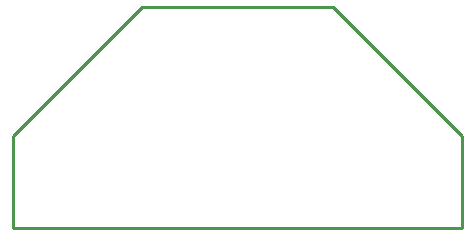
<source format=gko>
%FSLAX25Y25*%
%MOIN*%
G70*
G01*
G75*
G04 Layer_Color=32768*
%ADD10R,0.01575X0.01772*%
%ADD11R,0.01772X0.01575*%
%ADD12R,0.08268X0.03543*%
%ADD13R,0.05906X0.01575*%
%ADD14R,0.03150X0.05709*%
%ADD15R,0.01969X0.01378*%
%ADD16R,0.04331X0.02362*%
%ADD17R,0.03740X0.02559*%
%ADD18R,0.03150X0.01575*%
%ADD19R,0.01575X0.03150*%
%ADD20O,0.01575X0.03150*%
%ADD21R,0.08268X0.08268*%
%ADD22R,0.03150X0.01181*%
%ADD23R,0.01181X0.03150*%
%ADD24O,0.01181X0.03150*%
%ADD25R,0.12598X0.12598*%
%ADD26R,0.10630X0.10630*%
%ADD27R,0.03347X0.01102*%
%ADD28R,0.01102X0.03347*%
%ADD29R,0.05315X0.05906*%
%ADD30R,0.02362X0.01969*%
%ADD31R,0.01969X0.02362*%
%ADD32R,0.01181X0.01575*%
G04:AMPARAMS|DCode=33|XSize=59.06mil|YSize=59.06mil|CornerRadius=14.76mil|HoleSize=0mil|Usage=FLASHONLY|Rotation=0.000|XOffset=0mil|YOffset=0mil|HoleType=Round|Shape=RoundedRectangle|*
%AMROUNDEDRECTD33*
21,1,0.05906,0.02953,0,0,0.0*
21,1,0.02953,0.05906,0,0,0.0*
1,1,0.02953,0.01476,-0.01476*
1,1,0.02953,-0.01476,-0.01476*
1,1,0.02953,-0.01476,0.01476*
1,1,0.02953,0.01476,0.01476*
%
%ADD33ROUNDEDRECTD33*%
%ADD34C,0.00800*%
%ADD35C,0.03000*%
%ADD36C,0.01500*%
%ADD37C,0.01000*%
%ADD38C,0.01900*%
%ADD39C,0.01300*%
%ADD40O,0.04331X0.08661*%
%ADD41O,0.04331X0.07087*%
%ADD42C,0.15748*%
%ADD43C,0.05906*%
%ADD44C,0.07000*%
%ADD45C,0.02700*%
%ADD46C,0.02000*%
%ADD47R,0.02375X0.02572*%
%ADD48R,0.02572X0.02375*%
%ADD49R,0.09068X0.04343*%
%ADD50R,0.06706X0.02375*%
%ADD51R,0.03950X0.06509*%
%ADD52R,0.02769X0.02178*%
%ADD53R,0.05131X0.03162*%
%ADD54R,0.04540X0.03359*%
%ADD55R,0.03950X0.02375*%
%ADD56R,0.02375X0.03950*%
%ADD57O,0.02375X0.03950*%
%ADD58R,0.09068X0.09068*%
%ADD59R,0.03950X0.01981*%
%ADD60R,0.01981X0.03950*%
%ADD61O,0.01981X0.03950*%
%ADD62R,0.13398X0.13398*%
%ADD63R,0.11430X0.11430*%
%ADD64R,0.04147X0.01902*%
%ADD65R,0.01902X0.04147*%
%ADD66R,0.06115X0.06706*%
%ADD67R,0.03162X0.02769*%
%ADD68R,0.02769X0.03162*%
%ADD69R,0.01981X0.02375*%
G04:AMPARAMS|DCode=70|XSize=67.06mil|YSize=67.06mil|CornerRadius=18.76mil|HoleSize=0mil|Usage=FLASHONLY|Rotation=0.000|XOffset=0mil|YOffset=0mil|HoleType=Round|Shape=RoundedRectangle|*
%AMROUNDEDRECTD70*
21,1,0.06706,0.02953,0,0,0.0*
21,1,0.02953,0.06706,0,0,0.0*
1,1,0.03753,0.01476,-0.01476*
1,1,0.03753,-0.01476,-0.01476*
1,1,0.03753,-0.01476,0.01476*
1,1,0.03753,0.01476,0.01476*
%
%ADD70ROUNDEDRECTD70*%
%ADD71O,0.05131X0.09461*%
%ADD72O,0.05131X0.07887*%
%ADD73C,0.16548*%
%ADD74C,0.06706*%
%ADD75C,0.07800*%
D37*
X395669Y362992D02*
Y393701D01*
X352756Y436614D02*
X395669Y393701D01*
X288976Y436614D02*
X352756D01*
X246063Y393701D02*
X288976Y436614D01*
X246063Y362992D02*
X395669D01*
X246063D02*
Y393701D01*
M02*

</source>
